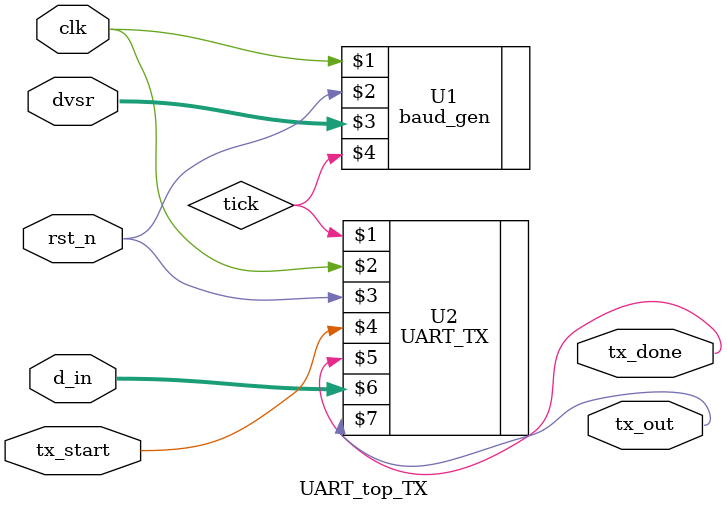
<source format=v>
module UART_top_TX (clk,rst_n,tx_start,dvsr,d_in,tx_done,tx_out);
input clk,rst_n,tx_start;
input [10:0] dvsr;
input [7:0] d_in;
output tx_done;
output tx_out;

wire tick;

baud_gen U1 (clk,rst_n,dvsr,tick);
UART_TX  U2 (tick,clk,rst_n,tx_start,tx_done,d_in,tx_out);

endmodule
</source>
